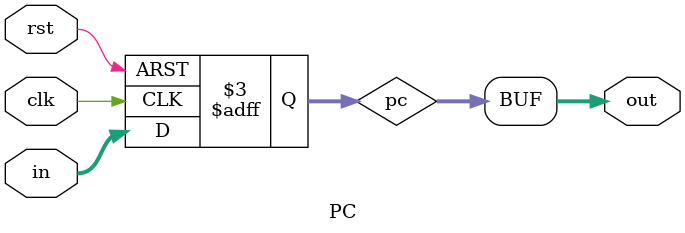
<source format=v>
`timescale 1ns / 1ps


module PC(
    input [31:0] in,
    input clk,
    input rst,
    output [31:0] out
    );
    reg [31:0] pc;
    initial pc = 0;
    assign out = pc;
    always @ (posedge clk or posedge rst)
    if(rst)
        pc <= 0;
    else
        pc <= in;
endmodule

</source>
